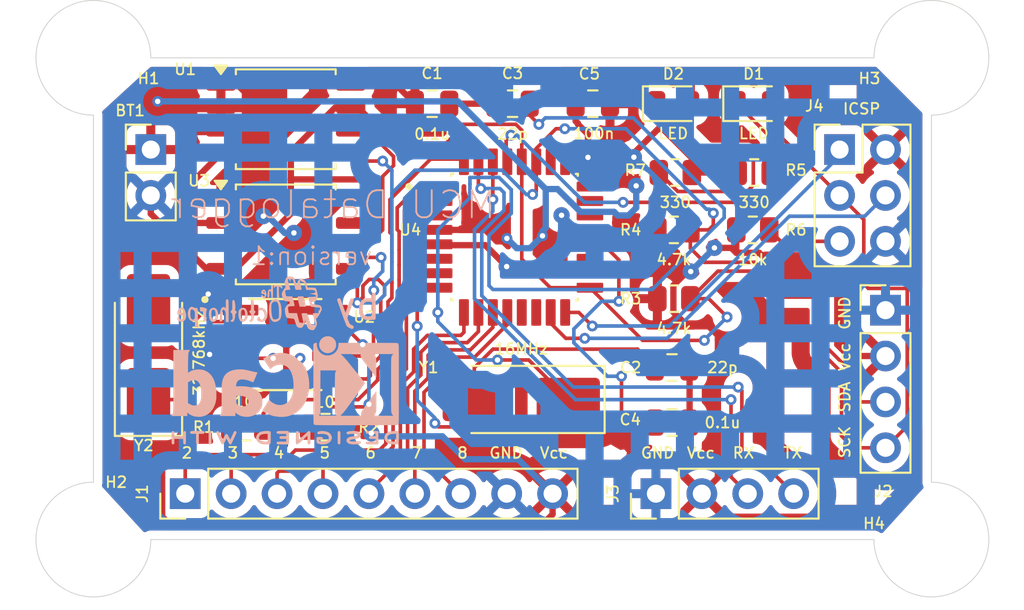
<source format=kicad_pcb>
(kicad_pcb (version 20241229) (generator "pcbnew") (generator_version "9.0")
  (title_block (title "${project_name}") (date "2025-11-02") (rev "1") (company "The Octothorpe") (comment 1 "2-layer PCB version"))
  (layers (0 "F.Cu" mixed) (2 "B.Cu" mixed) (13 "F.Paste" user) (15 "B.Paste" user) (5 "F.SilkS" user "F.Silkscreen") (7 "B.SilkS" user "B.Silkscreen") (1 "F.Mask" user) (3 "B.Mask" user) (25 "Edge.Cuts" user))
  (property "project_name" "MCU Datalogger with memory and clock")
  (net 0 "")
  (net 1 "GND")
  (net 2 "/Vcc")
  (net 3 "Net-(U4-PB6)")
  (net 4 "Net-(U4-PB7)")
  (net 5 "Net-(U4-AREF)")
  (net 6 "/SCK")
  (net 7 "Net-(D1-K)")
  (net 8 "Net-(D2-K)")
  (net 9 "/D5")
  (net 10 "/D3")
  (net 11 "/D4")
  (net 12 "/D8")
  (net 13 "/D6")
  (net 14 "/D2")
  (net 15 "/D7")
  (net 16 "/SDA")
  (net 17 "/RX")
  (net 18 "/TX")
  (net 19 "/MISO")
  (net 20 "/MOSI")
  (net 21 "/RESET")
  (net 22 "Net-(U2-~{INTA})")
  (net 23 "Net-(U2-SQW{slash}~INT)")
  (net 24 "Net-(U2-X2)")
  (net 25 "Net-(U2-X1)")
  (footprint "DS1337S_:SOIC127P600X175-8N" (layer "F.Cu") (at 112.215 88.9)
    (property "Reference" "U2")
    (property "Value" "DS1337S_")
  )
  (footprint "Capacitor_SMD:C_0805_2012Metric" (layer "F.Cu") (at 133.604 93.218)
    (property "Reference" "C4")
    (property "Value" "0.1u")
  )
  (footprint "Capacitor_SMD:C_0805_2012Metric" (layer "F.Cu") (at 129.225 75.565 180)
    (property "Reference" "C5")
    (property "Value" "100n")
  )
  (footprint "Connector_PinHeader_2.54mm:PinHeader_1x04_P2.54mm_Vertical" (layer "F.Cu") (at 132.715 97.155 90)
    (property "Reference" "J3")
    (property "Value" "Conn_01x04_Pin")
  )
  (footprint "Resistor_SMD:R_0805_2012Metric" (layer "F.Cu") (at 133.7075 82.55)
    (property "Reference" "R4")
    (property "Value" "4.7k")
  )
  (footprint "MountingHole:MountingHole_2.1mm" (layer "F.Cu") (at 147.869232 73.0182)
    (property "Reference" "H3")
    (property "Value" "MountingHole")
  )
  (footprint "Resistor_SMD:R_0805_2012Metric" (layer "F.Cu") (at 114.441126 93.471999 180)
    (property "Reference" "R2")
    (property "Value" "10k")
  )
  (footprint "Package_SO:SOIC-8_5.3x5.3mm_P1.27mm" (layer "F.Cu") (at 112.240945 76.4256)
    (property "Reference" "U1")
    (property "Value" "24LC1025")
  )
  (footprint "Capacitor_SMD:C_0805_2012Metric" (layer "F.Cu") (at 133.604 90.17 180)
    (property "Reference" "C2")
    (property "Value" "22p")
  )
  (footprint "Capacitor_SMD:C_0805_2012Metric" (layer "F.Cu") (at 120.335 75.565)
    (property "Reference" "C1")
    (property "Value" "0.1u")
  )
  (footprint "Crystal:Crystal_SMD_5032-2Pin_5.0x3.2mm_HandSoldering" (layer "F.Cu") (at 104.648 89.348 90)
    (property "Reference" "Y2")
    (property "Value" "32.768kHz")
  )
  (footprint "Crystal:Crystal_SMD_5032-2Pin_5.0x3.2mm_HandSoldering" (layer "F.Cu") (at 125.268 91.939246 180)
    (property "Reference" "Y1")
    (property "Value" "16MHz")
  )
  (footprint "MountingHole:MountingHole_2.1mm" (layer "F.Cu") (at 147.93577 99.694999)
    (property "Reference" "H4")
    (property "Value" "MountingHole")
  )
  (footprint "Package_SO:SOIC-8_5.3x5.3mm_P1.27mm" (layer "F.Cu") (at 112.240945 82.802156)
    (property "Reference" "U3")
    (property "Value" "24LC1025")
  )
  (footprint "Resistor_SMD:R_0805_2012Metric" (layer "F.Cu") (at 133.7075 86.36)
    (property "Reference" "R3")
    (property "Value" "4.7k")
  )
  (footprint "Resistor_SMD:R_0805_2012Metric" (layer "F.Cu") (at 133.7875 79.375)
    (property "Reference" "R7")
    (property "Value" "330")
  )
  (footprint "Resistor_SMD:R_0805_2012Metric" (layer "F.Cu") (at 110.0855 93.472)
    (property "Reference" "R1")
    (property "Value" "10k")
  )
  (footprint "Connector_PinHeader_2.54mm:PinHeader_1x09_P2.54mm_Vertical" (layer "F.Cu") (at 106.68 97.155 90)
    (property "Reference" "J1")
    (property "Value" "Conn_01x09_Pin")
  )
  (footprint "LED_SMD:LED_0805_2012Metric" (layer "F.Cu") (at 138.1275 75.565)
    (property "Reference" "D1")
    (property "Value" "LED")
  )
  (footprint "Resistor_SMD:R_0805_2012Metric" (layer "F.Cu") (at 138.0725 82.55)
    (property "Reference" "R6")
    (property "Value" "10k")
  )
  (footprint "Capacitor_SMD:C_0805_2012Metric" (layer "F.Cu") (at 124.785 75.565)
    (property "Reference" "C3")
    (property "Value" "22p")
  )
  (footprint "MountingHole:MountingHole_2.1mm" (layer "F.Cu") (at 101.582293 72.992052)
    (property "Reference" "H1")
    (property "Value" "MountingHole")
  )
  (footprint "Connector_PinHeader_2.54mm:PinHeader_1x04_P2.54mm_Vertical" (layer "F.Cu") (at 145.415 86.995)
    (property "Reference" "J2")
    (property "Value" "Conn_01x04_Pin")
  )
  (footprint "LED_SMD:LED_0805_2012Metric" (layer "F.Cu") (at 133.6825 75.565)
    (property "Reference" "D2")
    (property "Value" "LED")
  )
  (footprint "Connector_PinHeader_2.54mm:PinHeader_2x03_P2.54mm_Vertical" (layer "F.Cu") (at 142.875 78.105)
    (property "Reference" "J4")
    (property "Value" "Conn_02x03_Odd_Even")
  )
  (footprint "Resistor_SMD:R_0805_2012Metric" (layer "F.Cu") (at 138.1525 79.375)
    (property "Reference" "R5")
    (property "Value" "330")
  )
  (footprint "MountingHole:MountingHole_2.1mm" (layer "F.Cu") (at 101.589626 99.694999)
    (property "Reference" "H2")
    (property "Value" "MountingHole")
  )
  (footprint "Atmega328p-au:QFP80P900X900X120-32N" (layer "F.Cu") (at 124.895071 82.951816)
    (property "Reference" "U4")
    (property "Value" "ATMEGA328P-AU")
  )
  (footprint "Connector_PinHeader_2.54mm:PinHeader_1x02_P2.54mm_Vertical" (layer "F.Cu") (at 104.775 78.105)
    (property "Reference" "BT1")
    (property "Value" "Battery")
  )
  (footprint "PCB_Designs:my_logo" (layer "B.Cu") (at 110.236 86.614 180)
    (property "Reference" "G***" (hide yes))
    (property "Value" "LOGO" (hide yes))
  )
  (footprint "Symbol:KiCad-Logo2_5mm_SilkScreen" (layer "B.Cu") (at 112.215 91.42 180)
    (property "Reference" "REF**" (hide yes))
    (property "Value" "KiCad-Logo2_5mm_SilkScreen" (hide yes))
  )
  (gr_line (start 144.78 73.025) (end 104.775 73.025) (stroke (width 0.05)) (layer "Edge.Cuts"))
  (gr_line (start 101.6 76.2) (end 101.6 96.52) (stroke (width 0.05)) (layer "Edge.Cuts"))
  (gr_arc (start 101.6 76.2) (mid 99.354936 70.779936) (end 104.775 73.025) (stroke (width 0.05)) (layer "Edge.Cuts"))
  (gr_arc (start 104.775 99.695) (mid 99.354936 101.940064) (end 101.6 96.52) (stroke (width 0.05)) (layer "Edge.Cuts"))
  (gr_arc (start 144.78 73.025) (mid 150.200064 70.779936) (end 147.955 76.2) (stroke (width 0.05)) (layer "Edge.Cuts"))
  (gr_line (start 104.775 99.695) (end 144.78 99.695) (stroke (width 0.05)) (layer "Edge.Cuts"))
  (gr_arc (start 147.955 96.52) (mid 150.200064 101.940064) (end 144.78 99.695) (stroke (width 0.05)) (layer "Edge.Cuts"))
  (gr_line (start 147.955 96.52) (end 147.955 76.2) (stroke (width 0.05)) (layer "Edge.Cuts"))
  (gr_text "5" (at 114.046 95.25 0) (layer "F.SilkS") (effects (font (size 0.6 0.6) (thickness 0.1)) (justify left bottom)))
  (gr_text "GND" (at 143.51 88.138 90) (layer "F.SilkS") (effects (font (size 0.6 0.6) (thickness 0.1)) (justify left bottom)))
  (gr_text "Vcc" (at 126.238 95.25 0) (layer "F.SilkS") (effects (font (size 0.6 0.6) (thickness 0.1)) (justify left bottom)))
  (gr_text "3\n" (at 108.966 95.25 0) (layer "F.SilkS") (effects (font (size 0.6 0.6) (thickness 0.1)) (justify left bottom)))
  (gr_text "GND" (at 123.444 95.25 0) (layer "F.SilkS") (effects (font (size 0.6 0.6) (thickness 0.1)) (justify left bottom)))
  (gr_text "SDA" (at 143.51 92.71 90) (layer "F.SilkS") (effects (font (size 0.6 0.6) (thickness 0.1)) (justify left bottom)))
  (gr_text "Vcc" (at 143.51 90.424 90) (layer "F.SilkS") (effects (font (size 0.6 0.6) (thickness 0.1)) (justify left bottom)))
  (gr_text "RX" (at 136.906 95.25 0) (layer "F.SilkS") (effects (font (size 0.6 0.6) (thickness 0.1)) (justify left bottom)))
  (gr_text "6" (at 116.586 95.25 0) (layer "F.SilkS") (effects (font (size 0.6 0.6) (thickness 0.1)) (justify left bottom)))
  (gr_text "SCK" (at 143.51 95.25 90) (layer "F.SilkS") (effects (font (size 0.6 0.6) (thickness 0.1)) (justify left bottom)))
  (gr_text "TX" (at 139.7 95.25 0) (layer "F.SilkS") (effects (font (size 0.6 0.6) (thickness 0.1)) (justify left bottom)))
  (gr_text "ICSP" (at 143.002 76.2 0) (layer "F.SilkS") (effects (font (size 0.6 0.6) (thickness 0.1)) (justify left bottom)))
  (gr_text "8" (at 121.666 95.25 0) (layer "F.SilkS") (effects (font (size 0.6 0.6) (thickness 0.1)) (justify left bottom)))
  (gr_text "7" (at 119.126 95.25 0) (layer "F.SilkS") (effects (font (size 0.6 0.6) (thickness 0.1)) (justify left bottom)))
  (gr_text "2" (at 106.426 95.25 0) (layer "F.SilkS") (effects (font (size 0.6 0.6) (thickness 0.1)) (justify left bottom)))
  (gr_text "Vcc" (at 134.366 95.25 0) (layer "F.SilkS") (effects (font (size 0.6 0.6) (thickness 0.1)) (justify left bottom)))
  (gr_text "GND" (at 131.826 95.25 0) (layer "F.SilkS") (effects (font (size 0.6 0.6) (thickness 0.1)) (justify left bottom)))
  (gr_text "4" (at 111.506 95.25 0) (layer "F.SilkS") (effects (font (size 0.6 0.6) (thickness 0.1)) (justify left bottom)))
  (gr_text "by" (at 117.602 87.63 0) (layer "B.SilkS") (effects (font (size 1.5 1.5) (thickness 0.2) (bold yes)) (justify left bottom mirror)))
  (gr_text "MCU Datalogger" (at 123.952 82.042 0) (layer "B.SilkS") (effects (font (size 1.5 1.5) (thickness 0.1)) (justify left bottom mirror)))
  (gr_text "version:1" (at 117.094 84.582 0) (layer "B.SilkS") (effects (font (size 1 1) (thickness 0.1)) (justify left bottom mirror)))
  (segment (start 128.290983 82.551816) (end 127.49607 81.756903) (width 0.35) (layer "F.Cu") (net 1))
  (segment (start 104.775 81.661) (end 104.775 80.645) (width 0.35) (layer "F.Cu") (net 1))
  (segment (start 107.95 85.410601) (end 108.653445 84.707156) (width 0.35) (layer "F.Cu") (net 1))
  (segment (start 107.188 82.292312) (end 107.062844 82.167156) (width 0.35) (layer "F.Cu") (net 1))
  (segment (start 123.835 75.565) (end 123.835 74.539) (width 0.35) (layer "F.Cu") (net 1))
  (segment (start 117.671819 77.216) (end 120.904 77.216) (width 0.35) (layer "F.Cu") (net 1))
  (segment (start 108.653445 82.167156) (end 106.297156 82.167156) (width 0.35) (layer "F.Cu") (net 1))
  (segment (start 127.49607 81.756903) (end 127.49607 81.743507) (width 0.35) (layer "F.Cu") (net 1))
  (segment (start 129.065071 82.551816) (end 128.290983 82.551816) (width 0.35) (layer "F.Cu") (net 1))
  (segment (start 107.188 82.042) (end 107.188 79.796045) (width 0.35) (layer "F.Cu") (net 1))
  (segment (start 131.572 78.232) (end 131.572 78.451367) (width 0.35) (layer "F.Cu") (net 1))
  (segment (start 131.572 78.451367) (end 131.496998 78.526369) (width 0.35) (layer "F.Cu") (net 1))
  (segment (start 134.577546 94.530454) (end 134.577546 93.126243) (width 0.35) (layer "F.Cu") (net 1))
  (segment (start 119.564071 82.964904) (end 119.564071 82.138728) (width 0.35) (layer "F.Cu") (net 1))
  (segment (start 133.096 76.962) (end 134.7 78.566) (width 0.35) (layer "F.Cu") (net 1))
  (segment (start 132.715 97.155) (end 132.715 95.377) (width 0.35) (layer "F.Cu") (net 1))
  (segment (start 128.401 76.651752) (end 128.275 76.525752) (width 0.35) (layer "F.Cu") (net 1))
  (segment (start 107.188 84.05421) (end 107.188 82.292312) (width 0.35) (layer "F.Cu") (net 1))
  (segment (start 106.297156 82.167156) (end 107.062844 82.167156) (width 0.35) (layer "F.Cu") (net 1))
  (segment (start 127.49607 81.743507) (end 127.496071 81.743508) (width 0.35) (layer "F.Cu") (net 1))
  (segment (start 132.842 76.962) (end 133.096 76.962) (width 0.35) (layer "F.Cu") (net 1))
  (segment (start 128.9558 78.5368) (end 128.9558 77.255172) (width 0.35) (layer "F.Cu") (net 1))
  (segment (start 121.285 75.565) (end 123.835 75.565) (width 0.35) (layer "F.Cu") (net 1))
  (segment (start 128.401 76.700372) (end 128.401 76.651752) (width 0.35) (layer "F.Cu") (net 1))
  (segment (start 131.572 78.232) (end 132.842 76.962) (width 0.35) (layer "F.Cu") (net 1))
  (segment (start 134.7 78.566) (end 134.7 79.375) (width 0.35) (layer "F.Cu") (net 1))
  (segment (start 128.275 76.525752) (end 128.275 75.565) (width 0.35) (layer "F.Cu") (net 1))
  (segment (start 128.9558 77.255172) (end 128.401 76.700372) (width 0.35) (layer "F.Cu") (net 1))
  (segment (start 108.653445 84.707156) (end 107.840946 84.707156) (width 0.35) (layer "F.Cu") (net 1))
  (segment (start 134.577546 93.126243) (end 134.577546 90.212454) (width 0.35) (layer "F.Cu") (net 1))
  (segment (start 120.725071 83.351816) (end 119.950983 83.351816) (width 0.35) (layer "F.Cu") (net 1))
  (segment (start 120.772457 83.399202) (end 123.277202 83.399202) (width 0.35) (layer "F.Cu") (net 1))
  (segment (start 107.95 86.106) (end 107.95 85.410601) (width 0.35) (layer "F.Cu") (net 1))
  (segment (start 126.878 74.168) (end 124.206 74.168) (width 0.35) (layer "F.Cu") (net 1))
  (segment (start 128.275 75.565) (end 126.878 74.168) (width 0.35) (layer "F.Cu") (net 1))
  (segment (start 105.281156 82.167156) (end 104.775 81.661) (width 0.35) (layer "F.Cu") (net 1))
  (segment (start 107.188 79.796045) (end 108.653445 78.3306) (width 0.35) (layer "F.Cu") (net 1))
  (segment (start 107.840946 84.707156) (end 107.188 84.05421) (width 0.35) (layer "F.Cu") (net 1))
  (segment (start 112.522 81.651099) (end 112.522 79.756) (width 0.35) (layer "F.Cu") (net 1))
  (segment (start 116.336557 79.756) (end 117.066945 80.486388) (width 0.35) (layer "F.Cu") (net 1))
  (segment (start 117.066945 81.741155) (end 116.640944 82.167156) (width 0.35) (layer "F.Cu") (net 1))
  (segment (start 119.950983 81.751816) (end 120.725071 81.751816) (width 0.35) (layer "F.Cu") (net 1))
  (segment (start 116.246419 75.7906) (end 117.671819 77.216) (width 0.35) (layer "F.Cu") (net 1))
  (segment (start 114.9634 75.7906) (end 115.828445 75.7906) (width 0.35) (layer "F.Cu") (net 1))
  (segment (start 112.522 79.756) (end 112.522 78.232) (width 0.35) (layer "F.Cu") (net 1))
  (segment (start 119.950983 83.351816) (end 119.564071 82.964904) (width 0.35) (layer "F.Cu") (net 1))
  (segment (start 107.062844 82.167156) (end 107.188 82.042) (width 0.35) (layer "F.Cu") (net 1))
  (segment (start 108.755 90.805) (end 108.026686 90.076686) (width 0.35) (layer "F.Cu") (net 1))
  (segment (start 112.522 78.232) (end 114.9634 75.7906) (width 0.35) (layer "F.Cu") (net 1))
  (segment (start 108.653445 84.707156) (end 109.465944 84.707156) (width 0.35) (layer "F.Cu") (net 1))
  (segment (start 123.277202 83.399202) (end 124.46 84.582) (width 0.35) (layer "F.Cu") (net 1))
  (segment (start 119.564071 82.138728) (end 119.950983 81.751816) (width 0.35) (layer "F.Cu") (net 1))
  (segment (start 112.522 79.756) (end 116.336557 79.756) (width 0.35) (layer "F.Cu") (net 1))
  (segment (start 117.066945 80.486388) (end 117.066945 81.741155) (width 0.35) (layer "F.Cu") (net 1))
  (segment (start 120.725071 83.351816) (end 120.772457 83.399202) (width 0.35) (layer "F.Cu") (net 1))
  (segment (start 134.112 94.996) (end 134.577546 94.530454) (width 0.35) (layer "F.Cu") (net 1))
  (segment (start 134.7 79.375) (end 137.24 79.375) (width 0.35) (layer "F.Cu") (net 1))
  (segment (start 108.026686 90.076686) (end 108.026686 89.446686) (width 0.35) (layer "F.Cu") (net 1))
  (segment (start 123.835 74.539) (end 124.206 74.168) (width 0.35) (layer "F.Cu") (net 1))
  (segment (start 109.74 90.805) (end 108.755 90.805) (width 0.35) (layer "F.Cu") (net 1))
  (segment (start 133.096 94.996) (end 134.112 94.996) (width 0.35) (layer "F.Cu") (net 1))
  (segment (start 120.904 77.216) (end 121.285 76.835) (width 0.35) (layer "F.Cu") (net 1))
  (segment (start 134.577546 90.212454) (end 134.62 90.17) (width 0.35) (layer "F.Cu") (net 1))
  (segment (start 132.715 95.377) (end 133.096 94.996) (width 0.35) (layer "F.Cu") (net 1))
  (segment (start 106.297156 82.167156) (end 105.281156 82.167156) (width 0.35) (layer "F.Cu") (net 1))
  (segment (start 115.828445 75.7906) (end 116.246419 75.7906) (width 0.35) (layer "F.Cu") (net 1))
  (segment (start 121.285 76.835) (end 121.285 75.565) (width 0.35) (layer "F.Cu") (net 1))
  (segment (start 109.465944 84.707156) (end 112.522 81.651099) (width 0.35) (layer "F.Cu") (net 1))
  (segment (start 116.640944 82.167156) (end 115.828445 82.167156) (width 0.35) (layer "F.Cu") (net 1))
  (via (at 127.49607 81.743507) (size 0.9) (drill 0.3) (layers "F.Cu" "B.Cu") (net 1))
  (via (at 107.95 86.106) (size 0.9) (drill 0.3) (layers "F.Cu" "B.Cu") (net 1))
  (via (at 131.496998 78.526369) (size 0.9) (drill 0.3) (layers "F.Cu" "B.Cu") (net 1))
  (via (at 108.026686 89.446686) (size 0.9) (drill 0.3) (layers "F.Cu" "B.Cu") (net 1))
  (via (at 128.9558 78.5368) (size 0.9) (drill 0.3) (layers "F.Cu" "B.Cu") (net 1))
  (via (at 124.46 84.582) (size 0.9) (drill 0.3) (layers "F.Cu" "B.Cu") (net 1))
  (segment (start 126.50272 84.582) (end 124.46 84.582) (width 0.35) (layer "B.Cu") (net 1))
  (segment (start 108.026686 89.446686) (end 108.026686 86.182686) (width 0.35) (layer "B.Cu") (net 1))
  (segment (start 127.877654 83.207066) (end 127.877654 82.125091) (width 0.35) (layer "B.Cu") (net 1))
  (segment (start 127.877654 82.125091) (end 127.49607 81.743507) (width 0.35) (layer "B.Cu") (net 1))
  (segment (start 128.9558 78.712428) (end 129.134686 78.891314) (width 0.35) (layer "B.Cu") (net 1))
  (segment (start 127.877654 83.207066) (end 126.50272 84.582) (width 0.35) (layer "B.Cu") (net 1))
  (segment (start 128.9558 78.5368) (end 128.9558 78.712428) (width 0.35) (layer "B.Cu") (net 1))
  (segment (start 129.134686 78.891314) (end 131.132053 78.891314) (width 0.35) (layer "B.Cu") (net 1))
  (segment (start 108.026686 86.182686) (end 107.95 86.106) (width 0.35) (layer "B.Cu") (net 1))
  (segment (start 131.132053 78.891314) (end 131.496998 78.526369) (width 0.35) (layer "B.Cu") (net 1))
  (segment (start 114.395 86.7) (end 114.395 81.951333) (width 0.35) (layer "F.Cu") (net 2))
  (segment (start 114.69 86.995) (end 114.395 86.7) (width 0.35) (layer "F.Cu") (net 2))
  (segment (start 110.998 91.694) (end 112.268 90.424) (width 0.35) (layer "F.Cu") (net 2))
  (segment (start 109.891945 77.379945) (end 109.5726 77.0606) (width 0.35) (layer "F.Cu") (net 2))
  (segment (start 109.728 91.694) (end 110.998 91.694) (width 0.35) (layer "F.Cu") (net 2))
  (segment (start 138.43 83.82) (end 137.16 83.82) (width 0.35) (layer "F.Cu") (net 2))
  (segment (start 126.4412 83.175217) (end 128.217799 84.951816) (width 0.35) (layer "F.Cu") (net 2))
  (segment (start 105.992 99.019) (end 126.279 99.019) (width 0.35) (layer "F.Cu") (net 2))
  (segment (start 104.775 78.105) (end 104.775 75.819) (width 0.35) (layer "F.Cu") (net 2))
  (segment (start 135.255 97.155) (end 136.144 96.266) (width 0.35) (layer "F.Cu") (net 2))
  (segment (start 137.16 83.82) (end 137.16 82.55) (width 0.35) (layer "F.Cu") (net 2))
  (segment (start 145.415 89.535) (end 143.383 89.535) (width 0.35) (layer "F.Cu") (net 2))
  (segment (start 136.144 96.266) (end 136.144 88.646) (width 0.35) (layer "F.Cu") (net 2))
  (segment (start 110.998 81.788) (end 109.982 81.788) (width 0.35) (layer "F.Cu") (net 2))
  (segment (start 109.6294 77.0606) (end 109.982 76.708) (width 0.35) (layer "F.Cu") (net 2))
  (segment (start 109.173 93.472) (end 107.696 93.472) (width 0.35) (layer "F.Cu") (net 2))
  (segment (start 145.361476 98.431) (end 136.531 98.431) (width 0.35) (layer "F.Cu") (net 2))
  (segment (start 107.696 93.472) (end 105.404 95.764) (width 0.35) (layer "F.Cu") (net 2))
  (segment (start 124.3076 83.185) (end 123.912942 83.185) (width 0.35) (layer "F.Cu") (net 2))
  (segment (start 113.157 86.995) (end 114.69 86.995) (width 0.35) (layer "F.Cu") (net 2))
  (segment (start 130.175 78.613) (end 131.6228 80.0608) (width 0.35) (layer "F.Cu") (net 2))
  (segment (start 109.982 75.8892) (end 109.8834 75.7906) (width 0.35) (layer "F.Cu") (net 2))
  (segment (start 135.636 87.884) (end 134.468564 87.884) (width 0.35) (layer "F.Cu") (net 2))
  (segment (start 123.912942 83.185) (end 123.279758 82.551816) (width 0.35) (layer "F.Cu") (net 2))
  (segment (start 119.385 75.565) (end 118.3406 74.5206) (width 0.35) (layer "F.Cu") (net 2))
  (segment (start 108.653445 77.0606) (end 109.6294 77.0606) (width 0.35) (layer "F.Cu") (net 2))
  (segment (start 109.982 81.788) (end 109.982 81.026) (width 0.35) (layer "F.Cu") (net 2))
  (segment (start 109.982 74.93) (end 109.5726 74.5206) (width 0.35) (layer "F.Cu") (net 2))
  (segment (start 108.653445 75.7906) (end 109.8834 75.7906) (width 0.35) (layer "F.Cu") (net 2))
  (segment (start 109.982 76.708) (end 109.982 75.8892) (width 0.35) (layer "F.Cu") (net 2))
  (segment (start 114.395 81.951333) (end 115.449177 80.897156) (width 0.35) (layer "F.Cu") (net 2))
  (segment (start 109.5726 74.5206) (end 108.653445 74.5206) (width 0.35) (layer "F.Cu") (net 2))
  (segment (start 143.383 89.535) (end 142.748 88.9) (width 0.35) (layer "F.Cu") (net 2))
  (segment (start 142.748 85.852) (end 142.24 85.344) (width 0.35) (layer "F.Cu") (net 2))
  (segment (start 126.4412 82.8802) (end 126.4412 83.175217) (width 0.35) (layer "F.Cu") (net 2))
  (segment (start 105.404 98.431) (end 105.992 99.019) (width 0.35) (layer "F.Cu") (net 2))
  (segment (start 109.8834 75.7906) (end 109.982 75.692) (width 0.35) (layer "F.Cu") (net 2))
  (segment (start 126.279 99.019) (end 127 98.298) (width 0.35) (layer "F.Cu") (net 2))
  (segment (start 104.775 75.819) (end 105.156 75.438) (width 0.35) (layer "F.Cu") (net 2))
  (segment (start 142.24 85.344) (end 139.954 85.344) (width 0.35) (layer "F.Cu") (net 2))
  (segment (start 109.5726 77.0606) (end 108.653445 77.0606) (width 0.35) (layer "F.Cu") (net 2))
  (segment (start 136.886001 83.546001) (end 137.16 83.82) (width 0.35) (layer "F.Cu") (net 2))
  (segment (start 142.748 88.9) (end 142.748 85.852) (width 0.35) (layer "F.Cu") (net 2))
  (segment (start 131.6228 80.0608) (end 131.6228 80.1116) (width 0.35) (layer "F.Cu") (net 2))
  (segment (start 118.3406 74.5206) (end 115.828445 74.5206) (width 0.35) (layer "F.Cu") (net 2))
  (segment (start 110.3914 74.5206) (end 115.828445 74.5206) (width 0.35) (layer "F.Cu") (net 2))
  (segment (start 109.853156 80.897156) (end 108.653445 80.897156) (width 0.35) (layer "F.Cu") (net 2))
  (segment (start 109.982 75.692) (end 109.982 74.93) (width 0.35) (layer "F.Cu") (net 2))
  (segment (start 128.217799 84.951816) (end 129.065071 84.951816) (width 0.35) (layer "F.Cu") (net 2))
  (segment (start 115.449177 80.897156) (end 115.828445 80.897156) (width 0.35) (layer "F.Cu") (net 2))
  (segment (start 108.653445 83.437156) (end 109.032713 83.437156) (width 0.35) (layer "F.Cu") (net 2))
  (segment (start 108.653445 80.897156) (end 109.891945 79.658656) (width 0.35) (layer "F.Cu") (net 2))
  (segment (start 127 98.298) (end 127 97.155) (width 0.35) (layer "F.Cu") (net 2))
  (segment (start 109.982 82.487869) (end 109.982 81.788) (width 0.35) (layer "F.Cu") (net 2))
  (segment (start 116.976 93.811819) (end 116.63618 93.471999) (width 0.35) (layer "F.Cu") (net 2))
  (segment (start 112.268 87.884) (end 113.157 86.995) (width 0.35) (layer "F.Cu") (net 2))
  (segment (start 109.891945 79.658656) (end 109.891945 77.379945) (width 0.35) (layer "F.Cu") (net 2))
  (segment (start 133.6815 85.623064) (end 134.447906 84.856658) (width 0.35) (layer "F.Cu") (net 2))
  (segment (start 105.404 95.764) (end 105.404 98.431) (width 0.35) (layer "F.Cu") (net 2))
  (segment (start 132.795 87.583) (end 132.795 86.36) (width 0.35) (layer "F.Cu") (net 2))
  (segment (start 109.982 81.026) (end 109.853156 80.897156) (width 0.35) (layer "F.Cu") (net 2))
  (segment (start 133.6815 87.096936) (end 133.6815 85.623064) (width 0.35) (layer "F.Cu") (net 2))
  (segment (start 116.63618 93.471999) (end 115.353626 93.471999) (width 0.35) (layer "F.Cu") (net 2))
  (segment (start 109.173 92.249) (end 109.728 91.694) (width 0.35) (layer "F.Cu") (net 2))
  (segment (start 136.144 88.646) (end 136.144 88.392) (width 0.35) (layer "F.Cu") (net 2))
  (segment (start 114.395 81.951333) (end 113.459205 81.951333) (width 0.35) (layer "F.Cu") (net 2))
  (segment (start 112.268 90.424) (end 112.268 87.884) (width 0.35) (layer "F.Cu") (net 2))
  (segment (start 135.951313 83.546001) (end 136.886001 83.546001) (width 0.35) (layer "F.Cu") (net 2))
  (segment (start 109.032713 83.437156) (end 109.982 82.487869) (width 0.35) (layer "F.Cu") (net 2))
  (segment (start 134.468564 87.884) (end 133.6815 87.096936) (width 0.35) (layer "F.Cu") (net 2))
  (segment (start 139.954 85.344) (end 138.43 83.82) (width 0.35) (layer "F.Cu") (net 2))
  (segment (start 109.982 74.93) (end 110.3914 74.5206) (width 0.35) (layer "F.Cu") (net 2))
  (segment (start 124.472165 83.020435) (end 124.3076 83.185) (width 0.35) (layer "F.Cu") (net 2))
  (segment (start 113.459205 81.951333) (end 112.691269 82.719269) (width 0.35) (layer "F.Cu") (net 2))
  (segment (start 145.415 78.105) (end 147.142 79.832) (width 0.35) (layer "F.Cu") (net 2))
  (segment (start 136.144 88.392) (end 135.636 87.884) (width 0.35) (layer "F.Cu") (net 2))
  (segment (start 136.531 98.431) (end 135.255 97.155) (width 0.35) (layer "F.Cu") (net 2))
  (segment (start 109.173 93.472) (end 109.173 92.249) (width 0.35) (layer "F.Cu") (net 2))
  (segment (start 135.636 87.884) (end 133.096 87.884) (width 0.35) (layer "F.Cu") (net 2))
  (segment (start 133.096 87.884) (end 132.795 87.583) (width 0.35) (layer "F.Cu") (net 2))
  (segment (start 147.142 96.650476) (end 145.361476 98.431) (width 0.35) (layer "F.Cu") (net 2))
  (segment (start 134.447906 84.856658) (end 134.640657 84.856658) (width 0.35) (layer "F.Cu") (net 2))
  (segment (start 130.175 75.565) (end 130.175 78.613) (width 0.35) (layer "F.Cu") (net 2))
  (segment (start 132.795 86.36) (end 132.795 82.55) (width 0.35) (layer "F.Cu") (net 2))
  (segment (start 147.142 79.832) (end 147.142 96.650476) (width 0.35) (layer "F.Cu") (net 2))
  (segment (start 123.279758 82.551816) (end 120.725071 82.551816) (width 0.35) (layer "F.Cu") (net 2))
  (via (at 116.976 93.811819) (size 0.9) (drill 0.3) (layers "F.Cu" "B.Cu") (net 2))
  (via (at 135.951313 83.546001) (size 0.9) (drill 0.3) (layers "F.Cu" "B.Cu") (net 2))
  (via (at 134.640657 84.856658) (size 0.9) (drill 0.3) (layers "F.Cu" "B.Cu") (net 2))
  (via (at 105.156 75.438) (size 0.6) (drill 0.3) (layers "F.Cu" "B.Cu") (net 2))
  (via (at 110.998 81.788) (size 0.9) (drill 0.3) (layers "F.Cu" "B.Cu") (net 2))
  (via (at 126.4412 82.8802) (size 0.6) (drill 0.3) (layers "F.Cu" "B.Cu") (net 2))
  (via (at 112.691269 82.719269) (size 0.9) (drill 0.3) (layers "F.Cu" "B.Cu") (net 2))
  (via (at 131.6228 80.1116) (size 0.9) (drill 0.3) (layers "F.Cu" "B.Cu") (net 2))
  (via (at 124.472165 83.020435) (size 0.6) (drill 0.3) (layers "F.Cu" "B.Cu") (net 2))
  (segment (start 125.095 95.25) (end 127 97.155) (width 0.35) (layer "B.Cu") (net 2))
  (segment (start 128.008724 81.026) (end 127.274195 80.291471) (width 0.35) (layer "B.Cu") (net 2))
  (segment (start 111.506 82.042) (end 111.252 81.788) (width 0.35) (layer "B.Cu") (net 2))
  (segment (start 126.4412 82.8802) (end 125.7554 83.566) (width 0.35) (layer "B.Cu") (net 2))
  (segment (start 126.4412 82.8802) (end 126.4412 82.6262) (width 0.35) (layer "B.Cu") (net 2))
  (segment (start 126.621071 82.446329) (end 126.621071 80.291471) (width 0.35) (layer "B.Cu") (net 2))
  (segment (start 128.542 81.552) (end 128.016 81.026) (width 0.35) (layer "B.Cu") (net 2))
  (segment (start 131.626 80.1148) (end 131.626 81.32672) (width 0.35) (layer "B.Cu") (net 2))
  (segment (start 125.01773 83.566) (end 124.472165 83.020435) (width 0.35) (layer "B.Cu") (net 2))
  (segment (start 111.252 81.788) (end 110.998 81.788) (width 0.35) (layer "B.Cu") (net 2))
  (segment (start 116.976 93.811819) (end 117.144181 93.98) (width 0.35) (layer "B.Cu") (net 2))
  (segment (start 120.904 93.98) (end 122.174 95.25) (width 0.35) (layer "B.Cu") (net 2))
  (segment (start 112.691269 82.719269) (end 112.183269 82.719269) (width 0.35) (layer "B.Cu") (net 2))
  (segment (start 130.39928 81.552) (end 128.542 81.552) (width 0.35) (layer "B.Cu") (net 2))
  (segment (start 128.016 81.026) (end 128.008724 81.026) (width 0.35) (layer "B.Cu") (net 2))
  (segment (start 126.4412 82.6262) (end 126.621071 82.446329) (width 0.35) (layer "B.Cu") (net 2))
  (segment (start 125.7554 83.566) (end 125.01773 83.566) (width 0.35) (layer "B.Cu") (net 2))
  (segment (start 131.20072 81.752) (end 130.59928 81.752) (width 0.35) (layer "B.Cu") (net 2))
  (segment (start 122.174 95.25) (end 125.095 95.25) (width 0.35) (layer "B.Cu") (net 2))
  (segment (start 117.144181 93.98) (end 120.904 93.98) (width 0.35) (layer "B.Cu") (net 2))
  (segment (start 134.640657 84.856658) (end 135.951313 83.546001) (width 0.35) (layer "B.Cu") (net 2))
  (segment (start 121.7676 75.438) (end 105.156 75.438) (width 0.35) (layer "B.Cu") (net 2))
  (segment (start 126.621071 80.291471) (end 121.7676 75.438) (width 0.35) (layer "B.Cu") (net 2))
  (segment (start 131.626 81.32672) (end 131.20072 81.752) (width 0.35) (layer "B.Cu") (net 2))
  (segment (start 127.274195 80.291471) (end 126.621071 80.291471) (width 0.35) (layer "B.Cu") (net 2))
  (segment (start 130.59928 81.752) (end 130.39928 81.552) (width 0.35) (layer "B.Cu") (net 2))
  (segment (start 112.183269 82.719269) (end 111.506 82.042) (width 0.35) (layer "B.Cu") (net 2))
  (segment (start 131.6228 80.1116) (end 131.626 80.1148) (width 0.35) (layer "B.Cu") (net 2))
  (segment (start 120.725071 84.951816) (end 120.127759 84.951816) (width 0.2) (layer "F.Cu") (net 3))
  (segment (start 122.668 91.939246) (end 122.668 90.184) (width 0.2) (layer "F.Cu") (net 3))
  (segment (start 119.512 85.567575) (end 119.512 87.884) (width 0.2) (layer "F.Cu") (net 3))
  (segment (start 131.704 89.154) (end 132.72 90.17) (width 0.2) (layer "F.Cu") (net 3))
  (segment (start 122.174 93.458) (end 120.691 93.458) (width 0.2) (layer "F.Cu") (net 3))
  (segment (start 123.698 89.154) (end 131.704 89.154) (width 0.2) (layer "F.Cu") (net 3))
  (segment (start 122.174 93.458) (end 122.668 92.964) (width 0.2) (layer "F.Cu") (net 3))
  (segment (start 122.668 92.964) (end 122.668 91.939246) (width 0.2) (layer "F.Cu") (net 3))
  (segment (start 120.691 93.458) (end 120.488 93.255) (width 0.2) (layer "F.Cu") (net 3))
  (segment (start 122.668 90.184) (end 123.698 89.154) (width 0.2) (layer "F.Cu") (net 3))
  (segment (start 120.127759 84.951816) (end 119.512 85.567575) (width 0.2) (layer "F.Cu") (net 3))
  (via (at 120.488 93.255) (size 0.6) (drill 0.3) (layers "F.Cu" "B.Cu") (net 3))
  (via (at 119.512 87.884) (size 0.6) (drill 0.3) (layers "F.Cu" "B.Cu") (net 3))
  (segment (start 120.488 93.255) (end 120.488 92.964) (width 0.2) (layer "B.Cu") (net 3))
  (segment (start 120.488 92.964) (end 119.512 91.988) (width 0.2) (layer "B.Cu") (net 3))
  (segment (start 119.512 91.988) (end 119.512 87.884) (width 0.2) (layer "B.Cu") (net 3))
  (segment (start 125.735 76.205) (end 126.238 76.708) (width 0.2) (layer "F.Cu") (net 4))
  (segment (start 127.868 91.939246) (end 125.682754 89.754) (width 0.2) (layer "F.Cu") (net 4))
  (segment (start 125.735 75.565) (end 125.735 76.205) (width 0.2) (layer "F.Cu") (net 4))
  (segment (start 120.65 87.122) (end 120.65 85.826887) (width 0.2) (layer "F.Cu") (net 4))
  (segment (start 125.682754 89.754) (end 123.952 89.754) (width 0.2) (layer "F.Cu") (net 4))
  (segment (start 120.65 85.826887) (end 120.725071 85.751816) (width 0.2) (layer "F.Cu") (net 4))
  (via (at 123.952 89.754) (size 0.6) (drill 0.3) (layers "F.Cu" "B.Cu") (net 4))
  (via (at 120.65 87.122) (size 0.6) (drill 0.3) (layers "F.Cu" "B.Cu") (net 4))
  (via (at 126.238 76.708) (size 0.6) (drill 0.3) (layers "F.Cu" "B.Cu") (net 4))
  (segment (start 124.714 81.635605) (end 124.714 80.3231) (width 0.2) (layer "B.Cu") (net 4))
  (segment (start 122.428 80.513943) (end 122.428 80.77) (width 0.2) (layer "B.Cu") (net 4))
  (segment (start 131.465415 76.351472) (end 136.491 81.377057) (width 0.2) (layer "B.Cu") (net 4))
  (segment (start 122.774 89.754) (end 123.952 89.754) (width 0.2) (layer "B.Cu") (net 4))
  (segment (start 124.0399 79.649) (end 122.428 79.649) (width 0.2) (layer "B.Cu") (net 4))
  (segment (start 123.484 85.638) (end 123.484 82.865605) (width 0.2) (layer "B.Cu") (net 4))
  (segment (start 132.513943 85.852) (end 123.698 85.852) (width 0.2) (layer "B.Cu") (net 4))
  (segment (start 122.427 80.512943) (end 122.428 80.513943) (width 0.2) (layer "B.Cu") (net 4))
  (segment (start 126.594528 76.351472) (end 131.465415 76.351472) (width 0.2) (layer "B.Cu") (net 4))
  (segment (start 122.428 80.014057) (end 122.427 80.015057) (width 0.2) (layer "B.Cu") (net 4))
  (segment (start 124.714 80.3231) (end 124.0399 79.649) (width 0.2) (layer "B.Cu") (net 4))
  (segment (start 122.429 80.771) (end 120.65 82.55) (width 0.2) (layer "B.Cu") (net 4))
  (segment (start 122.427 80.015057) (end 122.427 80.512943) (width 0.2) (layer "B.Cu") (net 4))
  (segment (start 123.484 82.865605) (end 124.714 81.635605) (width 0.2) (layer "B.Cu") (net 4))
  (segment (start 126.238 76.708) (end 126.594528 76.351472) (width 0.2) (layer "B.Cu") (net 4))
  (segment (start 136.491 81.874943) (end 132.513943 85.852) (width 0.2) (layer "B.Cu") (net 4))
  (segment (start 120.65 82.55) (end 120.65 87.122) (width 0.2) (layer "B.Cu") (net 4))
  (segment (start 120.65 87.63) (end 122.774 89.754) (width 0.2) (layer "B.Cu") (net 4))
  (segment (start 122.428 80.77) (end 122.429 80.771) (width 0.2) (layer "B.Cu") (net 4))
  (segment (start 120.65 87.122) (end 120.65 87.63) (width 0.2) (layer "B.Cu") (net 4))
  (segment (start 136.491 81.377057) (end 136.491 81.874943) (width 0.2) (layer "B.Cu") (net 4))
  (segment (start 122.428 79.649) (end 122.428 80.014057) (width 0.2) (layer "B.Cu") (net 4))
  (segment (start 123.698 85.852) (end 123.484 85.638) (width 0.2) (layer "B.Cu") (net 4))
  (segment (start 131.155757 93.126243) (end 132.677546 93.126243) (width 0.2) (layer "F.Cu") (net 5))
  (segment (start 130.81 92.780486) (end 131.155757 93.126243) (width 0.2) (layer "F.Cu") (net 5))
  (segment (start 130.81 90.653825) (end 130.81 92.780486) (width 0.2) (layer "F.Cu") (net 5))
  (segment (start 129.065071 83.351816) (end 129.800071 83.351816) (width 0.2) (layer "F.Cu") (net 5))
  (segment (start 130.665893 84.217638) (end 130.665893 86.504108) (width 0.2) (layer "F.Cu") (net 5))
  (segment (start 129.800071 83.351816) (end 130.665893 84.217638) (width 0.2) (layer "F.Cu") (net 5))
  (via (at 130.665893 86.504108) (size 0.6) (drill 0.3) (layers "F.Cu" "B.Cu") (net 5))
  (via (at 130.81 90.653825) (size 0.6) (drill 0.3) (layers "F.Cu" "B.Cu") (net 5))
  (segment (start 128.177 88.802943) (end 130.027882 90.653825) (width 0.2) (layer "B.Cu") (net 5))
  (segment (start 129.712056 86.504108) (end 128.177 88.039164) (width 0.2) (layer "B.Cu") (net 5))
  (segment (start 130.665893 86.504108) (end 129.712056 86.504108) (width 0.2) (layer "B.Cu") (net 5))
  (segment (start 128.177 88.039164) (end 128.177 88.802943) (width 0.2) (layer "B.Cu") (net 5))
  (segment (start 130.027882 90.653825) (end 130.81 90.653825) (width 0.2) (layer "B.Cu") (net 5))
  (segment (start 121.811 76.708) (end 121.811 77.052876) (width 0.2) (layer "F.Cu") (net 6))
  (segment (start 118.203 78.491057) (end 117.518971 77.807029) (width 0.2) (layer "F.Cu") (net 6))
  (segment (start 121.121876 77.742) (end 117.584 77.742) (width 0.2) (layer "F.Cu") (net 6))
  (segment (start 126.874416 85.751816) (end 129.065071 85.751816) (width 0.2) (layer "F.Cu") (net 6))
  (segment (start 139.5339 86.271) (end 138.0989 84.836) (width 0.2) (layer "F.Cu") (net 6))
  (segment (start 139.065 76.835) (end 139.065 75.565) (width 0.2) (layer "F.Cu") (net 6))
  (segment (start 117.094 85.956882) (end 117.094 89.368) (width 0.2) (layer "F.Cu") (net 6))
  (segment (start 117.602 82.55) (end 117.602 79.589943) (width 0.2) (layer "F.Cu") (net 6))
  (segment (start 146.616 85.794) (end 146.616 93.414) (width 0.2) (layer "F.Cu") (net 6))
  (segment (start 116.772543 77.0606) (end 115.828445 77.0606) (width 0.2) (layer "F.Cu") (net 6))
  (segment (start 116.465289 84.074) (end 115.828445 83.437156) (width 0.2) (layer "F.Cu") (net 6))
  (segment (start 135.636 86.36) (end 134.62 86.36) (width 0.2) (layer "F.Cu") (net 6))
  (segment (start 116.927 89.535) (end 114.69 89.535) (width 0.2) (layer "F.Cu") (net 6))
  (segment (start 124.968 76.708) (end 121.811 76.708) (width 0.2) (layer "F.Cu") (net 6))
  (segment (start 141.821 89.283976) (end 141.821 86.271) (width 0.2) (layer "F.Cu") (net 6))
  (segment (start 129.065071 85.751816) (end 131.982408 88.669153) (width 0.2) (layer "F.Cu") (net 6))
  (segment (start 141.821 86.271) (end 139.5339 86.271) (width 0.2) (layer "F.Cu") (net 6))
  (segment (start 144.214 85.54) (end 144.468 85.794) (width 0.2) (layer "F.Cu") (net 6))
  (segment (start 117.094 89.368) (end 116.927 89.535) (width 0.2) (layer "F.Cu") (net 6))
  (segment (start 136.652 87.376) (end 135.636 86.36) (width 0.2) (layer "F.Cu") (net 6))
  (segment (start 117.602 79.589943) (end 118.203 78.988943) (width 0.2) (layer "F.Cu") (net 6))
  (segment (start 145.415 94.615) (end 143.637 94.615) (width 0.2) (layer "F.Cu") (net 6))
  (segment (start 143.637 94.615) (end 142.981512 93.959512) (width 0.2) (layer "F.Cu") (net 6))
  (segment (start 118.203 78.988943) (end 118.203 78.491057) (width 0.2) (layer "F.Cu") (net 6))
  (segment (start 144.468 85.794) (end 146.616 85.794) (width 0.2) (layer "F.Cu") (net 6))
  (segment (start 146.616 93.414) (end 145.415 94.615) (width 0.2) (layer "F.Cu") (net 6))
  (segment (start 117.518971 77.807029) (end 116.772543 77.0606) (width 0.2) (layer "F.Cu") (net 6))
  (segment (start 142.981512 93.959512) (end 142.981512 90.444488) (width 0.2) (layer "F.Cu") (net 6))
  (segment (start 144.214 81.984) (end 144.214 85.54) (width 0.2) (layer "F.Cu") (net 6))
  (segment (start 116.714844 83.437156) (end 117.602 82.55) (width 0.2) (layer "F.Cu") (net 6))
  (segment (start 125.295071 77.035071) (end 124.968 76.708) (width 0.2) (layer "F.Cu") (net 6))
  (segment (start 125.295071 78.781816) (end 125.295071 77.035071) (width 0.2) (layer "F.Cu") (net 6))
  (segment (start 117.51 84.074) (end 116.465289 84.074) (width 0.2) (layer "F.Cu") (net 6))
  (segment (start 117.109 85.896941) (end 117.153941 85.896941) (width 0.2) (layer "F.Cu") (net 6))
  (segment (start 125.295071 84.172471) (end 126.874416 85.751816) (width 0.2) (layer "F.Cu") (net 6))
  (segment (start 117.584 77.742) (end 117.518971 77.807029) (width 0.2) (layer "F.Cu") (net 6))
  (segment (start 125.295071 78.781816) (end 125.295071 84.172471) (width 0.2) (layer "F.Cu") (net 6))
  (segment (start 117.153941 85.896941) (end 117.094 85.956882) (width 0.2) (layer "F.Cu") (net 6))
  (segment (start 115.828445 83.437156) (end 116.714844 83.437156) (width 0.2) (layer "F.Cu") (net 6))
  (segment (start 138.0989 84.836) (end 136.144 84.836) (width 0.2) (layer "F.Cu") (net 6))
  (segment (start 142.981512 90.444488) (end 141.821 89.283976) (width 0.2) (layer "F.Cu") (net 6))
  (segment (start 142.875 80.645) (end 142.748 80.772) (width 0.2) (layer "F.Cu") (net 6))
  (segment (start 142.875 80.645) (end 144.214 81.984) (width 0.2) (layer "F.Cu") (net 6))
  (segment (start 136.144 84.836) (end 134.62 86.36) (width 0.2) (layer "F.Cu") (net 6))
  (segment (start 131.982408 88.669153) (end 135.395847 88.669153) (width 0.2) (layer "F.Cu") (net 6))
  (segment (start 121.811 77.052876) (end 121.121876 77.742) (width 0.2) (layer "F.Cu") (net 6))
  (segment (start 142.875 80.645) (end 139.065 76.835) (width 0.2) (layer "F.Cu") (net 6))
  (via (at 136.652 87.376) (size 0.6) (drill 0.3) (layers "F.Cu" "B.Cu") (net 6))
  (via (at 135.395847 88.669153) (size 0.6) (drill 0.3) (layers "F.Cu" "B.Cu") (net 6))
  (via (at 117.109 85.896941) (size 0.6) (drill 0.3) (layers "F.Cu" "B.Cu") (net 6))
  (via (at 117.51 84.074) (size 0.6) (drill 0.3) (layers "F.Cu" "B.Cu") (net 6))
  (segment (start 135.395847 88.632153) (end 136.652 87.376) (width 0.2) (layer "B.Cu") (net 6))
  (segment (start 117.109 85.896941) (end 117.109 85.329) (width 0.2) (layer "B.Cu") (net 6))
  (segment (start 117.602 84.836) (end 117.602 84.166) (width 0.2) (layer "B.Cu") (net 6))
  (segment (start 117.109 85.329) (end 117.602 84.836) (width 0.2) (layer "B.Cu") (net 6))
  (segment (start 117.602 84.166) (end 117.51 84.074) (width 0.2) (layer "B.Cu") (net 6))
  (segment (start 135.395847 88.669153) (end 135.395847 88.632153) (width 0.2) (layer "B.Cu") (net 6))
  (segment (start 139.065 79.375) (end 139.065 77.44) (width 0.2) (layer "F.Cu") (net 7))
  (segment (start 139.065 77.44) (end 137.19 75.565) (width 0.2) (layer "F.Cu") (net 7))
  (segment (start 138.1035 78.66913) (end 138.1035 80.08087) (width 0.2) (layer "F.Cu") (net 8))
  (segment (start 137.75837 80.426) (end 133.926 80.426) (width 0.2) (layer "F.Cu") (net 8))
  (segment (start 133.926 80.426) (end 132.875 79.375) (width 0.2) (layer "F.Cu") (net 8))
  (segment (start 135.504 78.324) (end 137.75837 78.324) (width 0.2) (layer "F.Cu") (net 8))
  (segment (start 138.1035 80.08087) (end 137.75837 80.426) (width 0.2) (layer "F.Cu") (net 8))
  (segment (start 137.75837 78.324) (end 138.1035 78.66913) (width 0.2) (layer "F.Cu") (net 8))
  (segment (start 132.745 75.565) (end 135.504 78.324) (width 0.2) (layer "F.Cu") (net 8))
  (segment (start 121.92 88.392) (end 122.095071 88.216929) (width 0.2) (layer "F.Cu") (net 9))
  (segment (start 114.3 95.758) (end 114.514 95.544) (width 0.2) (layer "F.Cu") (net 9))
  (segment (start 119.313 90.4143) (end 119.313 89.154) (width 0.2) (layer "F.Cu") (net 9))
  (segment (start 118.578 91.1493) (end 119.313 90.4143) (width 0.2) (layer "F.Cu") (net 9))
  (segment (start 114.514 95.544) (end 117.7569 95.544) (width 0.2) (layer "F.Cu") (net 9))
  (segment (start 120.075 88.392) (end 121.92 88.392) (width 0.2) (layer "F.Cu") (net 9))
  (segment (start 118.578 94.7229) (end 118.578 91.1493) (width 0.2) (layer "F.Cu") (net 9))
  (segment (start 117.7569 95.544) (end 118.578 94.7229) (width 0.2) (layer "F.Cu") (net 9))
  (segment (start 114.3 97.155) (end 114.3 95.758) (width 0.2) (layer "F.Cu") (net 9))
  (segment (start 119.313 89.154) (end 120.075 88.392) (width 0.2) (layer "F.Cu") (net 9))
  (segment (start 122.095071 88.216929) (end 122.095071 87.121816) (width 0.2) (layer "F.Cu") (net 9))
  (segment (start 109.22 95.758) (end 109.474 95.504) (width 0.2) (layer "F.Cu") (net 10))
  (segment (start 118.512 85.315798) (end 118.511 85.314798) (width 0.2) (layer "F.Cu") (net 10))
  (segment (start 118.297 86.693084) (end 118.512 86.478084) (width 0.2) (layer "F.Cu") (net 10))
  (segment (start 118.511 85.314798) (end 118.511 84.490043) (width 0.2) (layer "F.Cu") (net 10))
  (segment (start 119.727036 80.001053) (end 120.462036 80.001053) (width 0.2) (layer "F.Cu") (net 10))
  (segment (start 109.22 97.155) (end 109.22 95.758) (width 0.2) (layer "F.Cu") (net 10))
  (segment (start 118.404 81.324089) (end 119.727036 80.001053) (width 0.2) (layer "F.Cu") (net 10))
  (segment (start 118.404 82.5309) (end 118.404 81.324089) (width 0.2) (layer "F.Cu") (net 10))
  (segment (start 118.512 86.478084) (end 118.512 85.315798) (width 0.2) (layer "F.Cu") (net 10))
  (segment (start 118.512 84.489043) (end 118.512 83.658957) (width 0.2) (layer "F.Cu") (net 10))
  (segment (start 109.474 95.504) (end 112.014 95.504) (width 0.2) (layer "F.Cu") (net 10))
  (segment (start 118.511 84.490043) (end 118.512 84.489043) (width 0.2) (layer "F.Cu") (net 10))
  (segment (start 117.4247 94.742) (end 117.776 94.3907) (width 0.2) (layer "F.Cu") (net 10))
  (segment (start 118.512 83.658957) (end 118.511 83.657957) (width 0.2) (layer "F.Cu") (net 10))
  (segment (start 118.297 90.2961) (end 118.297 86.693084) (width 0.2) (layer "F.Cu") (net 10))
  (segment (start 118.511 83.657957) (end 118.511 82.6379) (width 0.2) (layer "F.Cu") (net 10))
  (segment (start 117.776 90.8171) (end 118.297 90.2961) (width 0.2) (layer "F.Cu") (net 10))
  (segment (start 112.014 95.504) (end 112.776 94.742) (width 0.2) (layer "F.Cu") (net 10))
  (segment (start 112.776 94.742) (end 117.4247 94.742) (width 0.2) (layer "F.Cu") (net 10))
  (segment (start 118.511 82.6379) (end 118.404 82.5309) (width 0.2) (layer "F.Cu") (net 10))
  (segment (start 117.776 94.3907) (end 117.776 90.8171) (width 0.2) (layer "F.Cu") (net 10))
  (segment (start 112.522 95.905) (end 113.284 95.143) (width 0.2) (layer "F.Cu") (net 11))
  (segment (start 111.76 96.012) (end 111.867 95.905) (width 0.2) (layer "F.Cu") (net 11))
  (segment (start 118.912 90.2482) (end 118.912 84.656143) (width 0.2) (layer "F.Cu") (net 11))
  (segment (start 118.913 84.655143) (end 118.913 83.492857) (width 0.2) (layer "F.Cu") (net 11))
  (segment (start 113.284 95.143) (end 117.5908 95.143) (width 0.2) (layer "F.Cu") (net 11))
  (segment (start 117.5908 95.143) (end 118.177 94.5568) (width 0.2) (layer "F.Cu") (net 11))
  (segment (start 119.494136 80.801053) (end 120.462036 80.801053) (width 0.2) (layer "F.Cu") (net 11))
  (segment (start 118.177 90.9832) (end 118.912 90.2482) (width 0.2) (layer "F.Cu") (net 11))
  (segment (start 118.805 81.490189) (end 119.494136 80.801053) (width 0.2) (layer "F.Cu") (net 11))
  (segment (start 111.867 95.905) (end 112.522 95.905) (width 0.2) (layer "F.Cu") (net 11))
  (segment (start 111.76 97.155) (end 111.76 96.012) (width 0.2) (layer "F.Cu") (net 11))
  (segment (start 118.912 84.656143) (end 118.913 84.655143) (width 0.2) (layer "F.Cu") (net 11))
  (segment (start 118.912 83.491857) (end 118.912 82.4718) (width 0.2) (layer "F.Cu") (net 11))
  (segment (start 118.912 82.4718) (end 118.805 82.3648) (width 0.2) (layer "F.Cu") (net 11))
  (segment (start 118.805 82.3648) (end 118.805 81.490189) (width 0.2) (layer "F.Cu") (net 11))
  (segment (start 118.177 94.5568) (end 118.177 90.9832) (width 0.2) (layer "F.Cu") (net 11))
  (segment (start 118.913 83.492857) (end 118.912 83.491857) (width 0.2) (layer "F.Cu") (net 11))
  (segment (start 124.495071 87.789829) (end 124.495071 87.121816) (width 0.2) (layer "F.Cu") (net 12))
  (segment (start 120.269 95.504) (end 119.888 95.504) (width 0.2) (layer "F.Cu") (net 12))
  (segment (start 120.516 89.6523) (end 120.5733 89.595) (width 0.2) (layer "F.Cu") (net 12))
  (segment (start 121.92 97.155) (end 120.269 95.504) (width 0.2) (layer "F.Cu") (net 12))
  (segment (start 119.888 95.504) (end 119.888 91.5406) (width 0.2) (layer "F.Cu") (net 12))
  (segment (start 120.516 90.9126) (end 120.516 89.6523) (width 0.2) (layer "F.Cu") (net 12))
  (segment (start 122.6899 89.595) (end 124.495071 87.789829) (width 0.2) (layer "F.Cu") (net 12))
  (segment (start 119.888 91.5406) (end 120.516 90.9126) (width 0.2) (layer "F.Cu") (net 12))
  (segment (start 120.5733 89.595) (end 122.6899 89.595) (width 0.2) (layer "F.Cu") (net 12))
  (segment (start 116.84 97.155) (end 116.84 97.028) (width 0.2) (layer "F.Cu") (net 13))
  (segment (start 122.895071 88.178929) (end 122.895071 87.121816) (width 0.2) (layer "F.Cu") (net 13))
  (segment (start 122.281 88.793) (end 122.895071 88.178929) (width 0.2) (layer "F.Cu") (net 13))
  (segment (start 116.84 97.028) (end 118.979 94.889) (width 0.2) (layer "F.Cu") (net 13))
  (segment (start 119.714 89.3201) (end 120.2411 88.793) (width 0.2) (layer "F.Cu") (net 13))
  (segment (start 119.714 90.5804) (end 119.714 89.3201) (width 0.2) (layer "F.Cu") (net 13))
  (segment (start 118.979 91.3154) (end 119.714 90.5804) (width 0.2) (layer "F.Cu") (net 13))
  (segment (start 120.2411 88.793) (end 122.281 88.793) (width 0.2) (layer "F.Cu") (net 13))
  (segment (start 118.979 94.889) (end 118.979 91.3154) (width 0.2) (layer "F.Cu") (net 13))
  (segment (start 112.268 94.488) (end 112.268 92.456) (width 0.2) (layer "F.Cu") (net 14))
  (segment (start 116.244057 91.948) (end 117.3226 90.869457) (width 0.2) (layer "F.Cu") (net 14))
  (segment (start 112.776 91.948) (end 116.244057 91.948) (width 0.2) (layer "F.Cu") (net 14))
  (segment (start 118.111 86.311984) (end 118.111 85.481898) (width 0.2) (layer "F.Cu") (net 14))
  (segment (start 106.68 97.155) (end 106.68 95.504) (width 0.2) (layer "F.Cu") (net 14))
  (segment (start 117.3226 90.2736) (end 117.896 89.7002) (width 0.2) (layer "F.Cu") (net 14))
  (segment (start 120.250947 78.631053) (end 121.832036 78.631053) (width 0.2) (layer "F.Cu") (net 14))
  (segment (start 106.68 95.504) (end 107.188 94.996) (width 0.2) (layer "F.Cu") (net 14))
  (segment (start 111.76 94.996) (end 112.268 94.488) (width 0.2) (layer "F.Cu") (net 14))
  (segment (start 117.896 86.526984) (end 118.111 86.311984) (width 0.2) (layer "F.Cu") (net 14))
  (segment (start 118.003 80.879) (end 120.250947 78.631053) (width 0.2) (layer "F.Cu") (net 14))
  (segment (start 118.11 83.824057) (end 118.11 82.804) (width 0.2) (layer "F.Cu") (net 14))
  (segment (start 117.3226 90.869457) (end 117.3226 90.2736) (width 0.2) (layer "F.Cu") (net 14))
  (segment (start 117.896 89.7002) (end 117.896 86.526984) (width 0.2) (layer "F.Cu") (net 14))
  (segment (start 118.11 84.323943) (end 118.111 84.322943) (width 0.2) (layer "F.Cu") (net 14))
  (segment (start 118.111 83.825057) (end 118.11 83.824057) (width 0.2) (layer "F.Cu") (net 14))
  (segment (start 118.111 84.322943) (end 118.111 83.825057) (width 0.2) (layer "F.Cu") (net 14))
  (segment (start 112.268 92.456) (end 112.776 91.948) (width 0.2) (layer "F.Cu") (net 14))
  (segment (start 118.11 82.804) (end 118.003 82.697) (width 0.2) (layer "F.Cu") (net 14))
  (segment (start 107.188 94.996) (end 111.76 94.996) (width 0.2) (layer "F.Cu") (net 14))
  (segment (start 118.003 82.697) (end 118.003 80.879) (width 0.2) (layer "F.Cu") (net 14))
  (segment (start 118.11 85.480898) (end 118.11 84.323943) (width 0.2) (layer "F.Cu") (net 14))
  (segment (start 118.111 85.481898) (end 118.11 85.480898) (width 0.2) (layer "F.Cu") (net 14))
  (segment (start 120.115 89.4862) (end 120.4072 89.194) (width 0.2) (layer "F.Cu") (net 15))
  (segment (start 119.38 91.4815) (end 120.115 90.7465) (width 0.2) (layer "F.Cu") (net 15))
  (segment (start 122.4471 89.194) (end 123.695071 87.946029) (width 0.2) (layer "F.Cu") (net 15))
  (segment (start 119.38 97.155) (end 119.38 91.4815) (width 0.2) (layer "F.Cu") (net 15))
  (segment (start 123.695071 87.946029) (end 123.695071 87.121816) (width 0.2) (layer "F.Cu") (net 15))
  (segment (start 120.4072 89.194) (end 122.4471 89.194) (width 0.2) (layer "F.Cu") (net 15))
  (segment (start 120.115 90.7465) (end 120.115 89.4862) (width 0.2) (layer "F.Cu") (net 15))
  (segment (start 117.495 89.5341) (end 117.495 86.360884) (width 0.2) (layer "F.Cu") (net 16))
  (segment (start 116.7384 90.805) (end 116.9216 90.6218) (width 0.2) (layer "F.Cu") (net 16))
  (segment (start 135.636 82.55) (end 134.62 82.55) (width 0.2) (layer "F.Cu") (net 16))
  (segment (start 117.495 86.360884) (end 117.71 86.145884) (width 0.2) (layer "F.Cu") (net 16))
  (segment (start 142.222 89.117876) (end 142.222 86.069876) (width 0.2) (layer "F.Cu") (net 16))
  (segment (start 116.508 86.276206) (end 116.5098 86.278006) (width 0.2) (layer "F.Cu") (net 16))
  (segment (start 135.636 82.55) (end 135.89 82.296) (width 0.2) (layer "F.Cu") (net 16))
  (segment (start 116.9216 90.1075) (end 117.495 89.5341) (width 0.2) (layer "F.Cu") (net 16))
  (segment (start 117.71 86.145884) (end 117.71 85.647998) (width 0.2) (layer "F.Cu") (net 16))
  (segment (start 114.69 90.805) (end 116.7384 90.805) (width 0.2) (layer "F.Cu") (net 16))
  (segment (start 117.357943 85.295941) (end 116.860057 85.295941) (width 0.2) (layer "F.Cu") (net 16))
  (segment (start 139.7 85.87) (end 138.176 84.346) (width 0.2) (layer "F.Cu") (net 16))
  (segment (start 135.89 82.296) (end 135.89 81.626) (width 0.2) (layer "F.Cu") (net 16))
  (segment (start 145.415 92.075) (end 143.4421 92.075) (width 0.2) (layer "F.Cu") (net 16))
  (segment (start 125.895071 80.590775) (end 126.077493 80.408353) (width 0.2) (layer "F.Cu") (net 16))
  (segment (start 117.71 85.647998) (end 117.357943 85.295941) (width 0.2) (layer "F.Cu") (net 16))
  (segment (start 138.176 84.346) (end 135.4 84.346) (width 0.2) (layer "F.Cu") (net 16))
  (segment (start 116.9216 90.6218) (end 116.9216 90.1075) (width 0.2) (layer "F.Cu") (net 16))
  (segment (start 116.198293 85.077004) (end 116.198293 86.589513) (width 0.2) (layer "F.Cu") (net 16))
  (segment (start 116.508 85.647998) (end 116.508 86.276206) (width 0.2) (layer "F.Cu") (net 16))
  (segment (start 115.828445 84.707156) (end 116.198293 85.077004) (width 0.2) (layer "F.Cu") (net 16))
  (segment (start 116.237845 78.74) (end 115.828445 78.3306) (width 0.2) (layer "F.Cu") (net 16))
  (segment (start 127.189415 76.952472) (end 127.675 76.952472) (width 0.2) (layer "F.Cu") (net 16))
  (segment (start 126.077493 80.408353) (end 126.093647 80.408353) (width 0.2) (layer "F.Cu") (net 16))
  (segment (start 117.602 78.74) (end 116.237845 78.74) (width 0.2) (layer "F.Cu") (net 16))
  (segment (start 116.860057 85.295941) (end 116.508 85.647998) (width 0.2) (layer "F.Cu") (net 16))
  (segment (start 142.022124 85.87) (end 139.7 85.87) (width 0.2) (layer "F.Cu") (net 16))
  (segment (start 135.4 84.346) (end 134.62 83.566) (width 0.2) (layer "F.Cu") (net 16))
  (segment (start 126.095071 80.406929) (end 126.095071 78.781816) (width 0.2) (layer "F.Cu") (net 16))
  (segment (start 116.5098 86.278006) (end 116.198293 86.589513) (width 0.2) (layer "F.Cu") (net 16))
  (segment (start 142.222 86.069876) (end 142.022124 85.87) (width 0.2) (layer "F.Cu") (net 16))
  (segment (start 134.62 83.566) (end 134.62 82.55) (width 0.2) (layer "F.Cu") (net 16))
  (segment (start 143.4421 92.075) (end 143.4421 90.337976) (width 0.2) (layer "F.Cu") (net 16))
  (segment (start 143.4421 90.337976) (end 142.222 89.117876) (width 0.2) (layer "F.Cu") (net 16))
  (segment (start 126.095071 78.046816) (end 127.189415 76.952472) (width 0.2) (layer "F.Cu") (net 16))
  (segment (start 126.093647 80.408353) (end 126.095071 80.406929) (width 0.2) (layer "F.Cu") (net 16))
  (segment (start 126.095071 78.781816) (end 126.095071 78.046816) (width 0.2) (layer "F.Cu") (net 16))
  (via (at 127.675 76.952472) (size 0.6) (drill 0.3) (layers "F.Cu" "B.Cu") (net 16))
  (via (at 117.602 78.74) (size 0.6) (drill 0.3) (layers "F.Cu" "B.Cu") (net 16))
  (via (at 135.89 81.626) (size 0.6) (drill 0.3) (layers "F.Cu" "B.Cu") (net 16))
  (via (at 116.198293 86.589513) (size 0.6) (drill 0.3) (layers "F.Cu" "B.Cu") (net 16))
  (via (at 125.895071 80.590775) (size 0.6) (drill 0.3) (layers "F.Cu" "B.Cu") (net 16))
  (segment (start 117.71 86.145884) (end 117.71 85.647998) (width 0.2) (layer "B.Cu") (net 16))
  (segment (start 118.111 80.518) (end 118.111 79.249) (width 0.2) (layer "B.Cu") (net 16))
  (segment (start 135.509 81.407) (end 131.054472 76.952472) (width 0.2) (layer "B.Cu") (net 16))
  (segment (start 124.206 79.248) (end 119.381 79.248) (width 0.2) (layer "B.Cu") (net 16))
  (segment (start 116.198293 86.589513) (end 117.266371 86.589513) (width 0.2) (layer "B.Cu") (net 16))
  (segment (start 118.11 85.247998) (end 118.11 80.519) (width 0.2) (layer "B.Cu") (net 16))
  (segment (start 135.671 81.407) (end 135.509 81.407) (width 0.2) (layer "B.Cu") (net 16))
  (segment (start 118.111 79.249) (end 117.602 78.74) (width 0.2) (layer "B.Cu") (net 16))
  (segment (start 125.548775 80.590775) (end 124.206 79.248) (width 0.2) (layer "B.Cu") (net 16))
  (segment (start 117.71 85.647998) (end 118.11 85.247998) (width 0.2) (layer "B.Cu") (net 16))
  (segment (start 118.11 80.519) (end 118.111 80.518) (width 0.2) (layer "B.Cu") (net 16))
  (segment (start 117.266371 86.589513) (end 117.71 86.145884) (width 0.2) (layer "B.Cu") (net 16))
  (segment (start 135.89 81.626) (end 135.671 81.407) (width 0.2) (layer "B.Cu") (net 16))
  (segment (start 119.381 79.248) (end 118.111 80.518) (width 0.2) (layer "B.Cu") (net 16))
  (segment (start 131.054472 76.952472) (end 127.675 76.952472) (width 0.2) (layer "B.Cu") (net 16))
  (segment (start 125.895071 80.590775) (end 125.548775 80.590775) (width 0.2) (layer "B.Cu") (net 16))
  (segment (start 123.695071 80.864) (end 123.695071 78.781816) (width 0.2) (layer "F.Cu") (net 17))
  (segment (start 137.795 97.155) (end 136.869 96.229) (width 0.2) (layer "F.Cu") (net 17))
  (segment (start 136.869 96.229) (end 136.869 91.948) (width 0.2) (layer "F.Cu") (net 17))
  (via (at 136.869 91.948) (size 0.6) (drill 0.3) (layers "F.Cu" "B.Cu") (net 17))
  (via (at 123.695071 80.864) (size 0.6) (drill 0.3) (layers "F.Cu" "B.Cu") (net 17))
  (segment (start 123.695071 81.520334) (end 122.682 82.533405) (width 0.2) (layer "B.Cu") (net 17))
  (segment (start 128.27 91.948) (end 136.869 91.948) (width 0.2) (layer "B.Cu") (net 17))
  (segment (start 123.695071 80.864) (end 123.695071 81.520334) (width 0.2) (layer "B.Cu") (net 17))
  (segment (start 122.682 82.533405) (end 122.682 86.36) (width 0.2) (layer "B.Cu") (net 17))
  (segment (start 122.682 86.36) (end 128.27 91.948) (width 0.2) (layer "B.Cu") (net 17))
  (segment (start 137.47 91.457177) (end 137.266648 91.253825) (width 0.2) (layer "F.Cu") (net 18))
  (segment (start 123.028 80.264) (end 122.895071 80.131071) (width 0.2) (layer "F.Cu") (net 18))
  (segment (start 137.47 94.94) (end 137.47 91.457177) (width 0.2) (layer "F.Cu") (net 18))
  (segment (start 140.335 97.155) (end 138.176 94.996) (width 0.2) (layer "F.Cu") (net 18))
  (segment (start 138.176 94.996) (end 137.526 94.996) (width 0.2) (layer "F.Cu") (net 18))
  (segment (start 122.895071 80.131071) (end 122.895071 78.781816) (width 0.2) (layer "F.Cu") (net 18))
  (segment (start 137.526 94.996) (end 137.47 94.94) (width 0.2) (layer "F.Cu") (net 18))
  (via (at 137.266648 91.253825) (size 0.6) (drill 0.3) (layers "F.Cu" "B.Cu") (net 18))
  (via (at 123.028 80.264) (size 0.6) (drill 0.3) (layers "F.Cu" "B.Cu") (net 18))
  (segment (start 124.313 80.4892) (end 124.0878 80.264) (width 0.2) (layer "B.Cu") (net 18))
  (segment (start 123.083 82.699505) (end 124.313 81.469505) (width 0.2) (layer "B.Cu") (net 18))
  (segment (start 123.446128 80.263) (end 123.445128 80.264) (width 0.2) (layer "B.Cu") (net 18))
  (segment (start 124.313 81.469505) (end 124.313 80.4892) (width 0.2) (layer "B.Cu") (net 18))
  (segment (start 123.445128 80.264) (end 123.028 80.264) (width 0.2) (layer "B.Cu") (net 18))
  (segment (start 123.945014 80.264) (end 123.944014 80.263) (width 0.2) (layer "B.Cu") (net 18))
  (segment (start 123.083 86.1939) (end 123.083 82.699505) (width 0.2) (layer "B.Cu") (net 18))
  (segment (start 123.944014 80.263) (end 123.446128 80.263) (width 0.2) (layer "B.Cu") (net 18))
  (segment (start 137.266648 91.253825) (end 128.142925 91.253825) (width 0.2) (layer "B.Cu") (net 18))
  (segment (start 128.142925 91.253825) (end 123.083 86.1939) (width 0.2) (layer "B.Cu") (net 18))
  (segment (start 124.0878 80.264) (end 123.945014 80.264) (width 0.2) (layer "B.Cu") (net 18))
  (segment (start 128.445501 87.121816) (end 129.194896 87.871211) (width 0.2) (layer "F.Cu") (net 19))
  (segment (start 127.695071 87.121816) (end 128.445501 87.121816) (width 0.2) (layer "F.Cu") (net 19))
  (via (at 129.194896 87.871211) (size 0.6) (drill 0.3) (layers "F.Cu" "B.Cu") (net 19))
  (segment (start 133.453929 87.871211) (end 142.875 78.45014) (width 0.2) (layer "B.Cu") (net 19))
  (segment (start 129.194896 87.871211) (end 133.453929 87.871211) (width 0.2) (layer "B.Cu") (net 19))
  (segment (start 142.875 78.45014) (end 142.875 78.105) (width 0.2) (layer "B.Cu") (net 19))
  (segment (start 126.895071 87.719128) (end 127.729943 88.554) (width 0.2) (layer "F.Cu") (net 20))
  (segment (start 126.895071 87.121816) (end 126.895071 87.719128) (width 0.2) (layer "F.Cu") (net 20))
  (segment (start 127.729943 88.554) (end 128.778 88.554) (width 0.2) (layer "F.Cu") (net 20))
  (via (at 128.778 88.554) (size 0.6) (drill 0.3) (layers "F.Cu" "B.Cu") (net 20))
  (segment (start 128.778 88.554) (end 133.33824 88.554) (width 0.2) (layer "B.Cu") (net 20))
  (segment (start 144.264 81.796) (end 145.415 80.645) (width 0.2) (layer "B.Cu") (net 20))
  (segment (start 140.09624 81.796) (end 144.264 81.796) (width 0.2) (layer "B.Cu") (net 20))
  (segment (start 133.33824 88.554) (end 140.09624 81.796) (width 0.2) (layer "B.Cu") (net 20))
  (segment (start 124.432036 78.718781) (end 124.495071 78.781816) (width 0.2) (layer "F.Cu") (net 21))
  (segment (start 124.432036 77.571035) (end 124.432036 78.718781) (width 0.2) (layer "F.Cu") (net 21))
  (segment (start 124.695071 77.308) (end 124.432036 77.571035) (width 0.2) (layer "F.Cu") (net 21))
  (segment (start 142.875 83.185) (end 139.62 83.185) (width 0.2) (layer "F.Cu") (net 21))
  (segment (start 137.668 81.026) (end 138.985 82.343) (width 0.2) (layer "F.Cu") (net 21))
  (segment (start 138.985 82.343) (end 138.985 82.55) (width 0.2) (layer "F.Cu") (net 21))
  (segment (start 130.9 81.026) (end 137.668 81.026) (width 0.2) (layer "F.Cu") (net 21))
  (segment (start 139.62 83.185) (end 138.985 82.55) (width 0.2) (layer "F.Cu") (net 21))
  (via (at 124.695071 77.308) (size 0.6) (drill 0.3) (layers "F.Cu" "B.Cu") (net 21))
  (via (at 130.9 81.026) (size 0.6) (drill 0.3) (layers "F.Cu" "B.Cu") (net 21))
  (segment (start 128.2266 80.5) (end 125.0346 77.308) (width 0.2) (layer "B.Cu") (net 21))
  (segment (start 125.0346 77.308) (end 124.695071 77.308) (width 0.2) (layer "B.Cu") (net 21))
  (segment (start 130.9 81.026) (end 128.759876 81.026) (width 0.2) (layer "B.Cu") (net 21))
  (segment (start 128.233876 80.5) (end 128.2266 80.5) (width 0.2) (layer "B.Cu") (net 21))
  (segment (start 128.759876 81.026) (end 128.233876 80.5) (width 0.2) (layer "B.Cu") (net 21))
  (segment (start 110.998 92.719306) (end 110.998 93.472) (width 0.2) (layer "F.Cu") (net 22))
  (segment (start 111.543 89.662) (end 109.867 89.662) (width 0.2) (layer "F.Cu") (net 22))
  (segment (start 113.03 90.687306) (end 110.998 92.719306) (width 0.2) (layer "F.Cu") (net 22))
  (segment (start 109.867 89.662) (end 109.74 89.535) (width 0.2) (layer "F.Cu") (net 22))
  (segment (start 113.03 89.662) (end 113.03 90.687306) (width 0.2) (layer "F.Cu") (net 22))
  (via (at 111.543 89.662) (size 0.6) (drill 0.3) (layers "F.Cu" "B.Cu") (net 22))
  (via (at 113.03 89.662) (size 0.6) (drill 0.3) (layers "F.Cu" "B.Cu") (net 22))
  (segment (start 113.03 89.662) (end 111.543 89.662) (width 0.2) (layer "B.Cu") (net 22))
  (segment (start 114.651625 92.349) (end 116.693 92.349) (width 0.2) (layer "F.Cu") (net 23))
  (segment (start 116.494 88.9) (end 115.859 88.265) (width 0.2) (layer "F.Cu") (net 23))
  (segment (start 115.859 88.265) (end 114.69 88.265) (width 0.2) (layer "F.Cu") (net 23))
  (segment (start 113.528626 93.471999) (end 114.651625 92.349) (width 0.2) (layer "F.Cu") (net 23))
  (segment (start 116.693 92.349) (end 116.84 92.202) (width 0.2) (layer "F.Cu") (net 23))
  (via (at 116.494 88.9) (size 0.6) (drill 0.3) (layers "F.Cu" "B.Cu") (net 23))
  (via (at 116.84 92.202) (size 0.6) (drill 0.3) (layers "F.Cu" "B.Cu") (net 23))
  (segment (start 116.84 92.202) (end 116.84 89.246) (width 0.2) (layer "B.Cu") (net 23))
  (segment (start 116.84 89.246) (end 116.494 88.9) (width 0.2) (layer "B.Cu") (net 23))
  (segment (start 108.077 88.265) (end 109.74 88.265) (width 0.2) (layer "F.Cu") (net 24))
  (segment (start 107.188 89.154) (end 108.077 88.265) (width 0.2) (layer "F.Cu") (net 24))
  (segment (start 106.934 91.948) (end 107.188 91.694) (width 0.2) (layer "F.Cu") (net 24))
  (segment (start 107.188 91.694) (end 107.188 89.154) (width 0.2) (layer "F.Cu") (net 24))
  (segment (start 104.648 91.948) (end 106.934 91.948) (width 0.2) (layer "F.Cu") (net 24))
  (segment (start 104.648 86.748) (end 106.51645 88.61645) (width 0.2) (layer "F.Cu") (net 25))
  (segment (start 109.105 87.63) (end 109.74 86.995) (width 0.2) (layer "F.Cu") (net 25))
  (segment (start 107.15845 88.61645) (end 108.1449 87.63) (width 0.2) (layer "F.Cu") (net 25))
  (segment (start 106.51645 88.61645) (end 107.15845 88.61645) (width 0.2) (layer "F.Cu") (net 25))
  (segment (start 108.1449 87.63) (end 109.105 87.63) (width 0.2) (layer "F.Cu") (net 25))
  (zone (net 2) (net_name "/Vcc") (layer "F.Cu") (connect_pads (clearance 0.5)) (min_thickness 0.25) (fill yes (mode hatch) (thermal_gap 0.5) (thermal_bridge_width 0.5) (hatch_thickness 1) (hatch_gap 1.5) (hatch_orientation 0) (hatch_border_algorithm hatch_thickness) (hatch_min_hole_area 0.3))
    (polygon (pts (xy 101.854 76.2) (xy 104.902 73.406) (xy 144.78 73.406) (xy 147.574 76.2) (xy 147.574 96.774) (xy 145.034 99.568) (xy 104.648 99.568) (xy 101.854 96.52)))
  )
  (zone (net 1) (net_name "GND") (layer "B.Cu") (connect_pads (clearance 0.5)) (min_thickness 0.25) (fill yes (mode hatch) (thermal_gap 0.5) (thermal_bridge_width 0.5) (hatch_thickness 1) (hatch_gap 1.5) (hatch_orientation 0) (hatch_border_algorithm hatch_thickness) (hatch_min_hole_area 0.3))
    (polygon (pts (xy 101.854 76.202516) (xy 104.902 73.408516) (xy 144.78 73.408516) (xy 147.574 76.202516) (xy 147.574 96.776516) (xy 145.034 99.570516) (xy 104.648 99.570516) (xy 101.854 96.522516)))
  )
)
</source>
